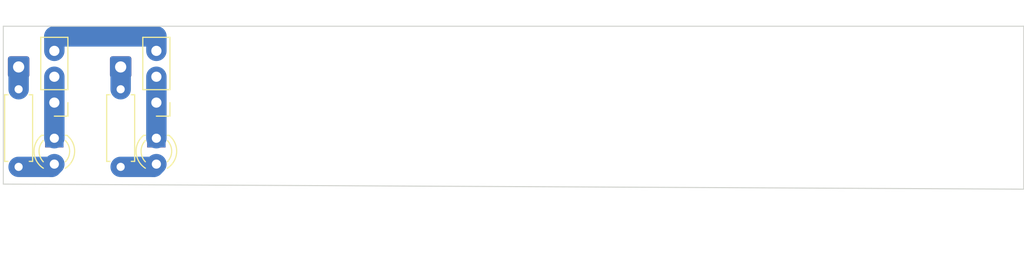
<source format=kicad_pcb>
(kicad_pcb (version 20211014) (generator pcbnew)
  (layers (0 "F.Cu" signal) (31 "B.Cu" signal) (34 "B.Paste" user) (35 "F.Paste" user) (36 "B.SilkS" user "B.Silkscreen") (37 "F.SilkS" user "F.Silkscreen") (38 "B.Mask" user) (39 "F.Mask" user) (44 "Edge.Cuts" user))
  (net 0 "")
  (net 1 "Net-(D1-Pad2)")
  (net 2 "Net-(D2-Pad1)")
  (net 3 "Net-(D2-Pad2)")
  (net 4 "Net-(SW1-Pad3)")
  (net 5 "Net-(D1-Pad1)")
  (net 6 "Net-(R1-Pad1)")
  (net 7 "Net-(R2-Pad1)")
  (footprint "Connector_PinHeader_2.54mm:PinHeader_1x03_P2.54mm_Vertical" (layer "F.Cu") (at 115 87.5 180)
    (fp_text reference "SW2" hide)
    (fp_text value "SW_SPDT" hide)
    (fp_line (start -1.33 1.27) (end 1.33 1.27) (layer "F.SilkS") (width 0.12))
    (fp_line (start 1.33 1.27) (end 1.33 6.41) (layer "F.SilkS") (width 0.12))
    (fp_line (start -1.33 -1.33) (end 0 -1.33) (layer "F.SilkS") (width 0.12))
    (fp_line (start -1.33 0) (end -1.33 -1.33) (layer "F.SilkS") (width 0.12))
    (fp_line (start -1.33 1.27) (end -1.33 6.41) (layer "F.SilkS") (width 0.12))
    (fp_line (start -1.33 6.41) (end 1.33 6.41) (layer "F.SilkS") (width 0.12))
    (pad "1" thru_hole rect (at 0 0 180) (size 1.7 1.7) (drill 1) (layers *.Cu *.Mask) (net 2 "Net-(D2-Pad1)"))
    (pad "2" thru_hole oval (at 0 2.54 180) (size 1.7 1.7) (drill 1) (layers *.Cu *.Mask) (net 2 "Net-(D2-Pad1)"))
    (pad "3" thru_hole oval (at 0 5.08 180) (size 1.7 1.7) (drill 1) (layers *.Cu *.Mask) (net 4 "Net-(SW1-Pad3)"))
  )
  (footprint "LED_THT:LED_D3.0mm" (layer "F.Cu") (at 105 91 -90)
    (fp_text reference "D1" hide)
    (fp_text value "LED" hide)
    (fp_line (start -0.29 -1.236) (end -0.29 -1.08) (layer "F.SilkS") (width 0.12))
    (fp_line (start -0.29 1.08) (end -0.29 1.236) (layer "F.SilkS") (width 0.12))
    (fp_arc (start 0.229039 -1.08) (mid 1.270117 -1.5) (end 2.31113 -1.079837) (layer "F.SilkS") (width 0.12))
    (fp_arc (start 2.31113 1.079837) (mid 1.270117 1.5) (end 0.229039 1.08) (layer "F.SilkS") (width 0.12))
    (fp_arc (start -0.29 -1.235516) (mid 1.366487 -1.987659) (end 2.942335 -1.078608) (layer "F.SilkS") (width 0.12))
    (fp_arc (start 2.942335 1.078608) (mid 1.366487 1.987659) (end -0.29 1.235516) (layer "F.SilkS") (width 0.12))
    (pad "1" thru_hole rect (at 0 0 270) (size 1.8 1.8) (drill 0.9) (layers *.Cu *.Mask) (net 5 "Net-(D1-Pad1)"))
    (pad "2" thru_hole circle (at 2.54 0 270) (size 1.8 1.8) (drill 0.9) (layers *.Cu *.Mask) (net 1 "Net-(D1-Pad2)"))
  )
  (footprint "Connector_Wire:SolderWire-0.5sqmm_1x01_D0.9mm_OD2.1mm" (layer "F.Cu") (at 101.5 84 180)
    (fp_text reference "J1" hide)
    (fp_text value "Conn_01x01_Female" hide)
    (pad "1" thru_hole roundrect (at 0 0 180) (size 2.1 2.1) (drill 1.1) (layers *.Cu *.Mask) (roundrect_rratio 0.119048) (net 6 "Net-(R1-Pad1)"))
  )
  (footprint "Resistor_THT:R_Axial_DIN0207_L6.3mm_D2.5mm_P7.62mm_Horizontal" (layer "F.Cu") (at 111.5 86.19 -90)
    (fp_text reference "R2" hide)
    (fp_text value "R" hide)
    (fp_line (start 0.54 -1.04) (end 0.54 -1.37) (layer "F.SilkS") (width 0.12))
    (fp_line (start 7.08 1.37) (end 7.08 1.04) (layer "F.SilkS") (width 0.12))
    (fp_line (start 0.54 1.37) (end 7.08 1.37) (layer "F.SilkS") (width 0.12))
    (fp_line (start 7.08 -1.37) (end 7.08 -1.04) (layer "F.SilkS") (width 0.12))
    (fp_line (start 0.54 1.04) (end 0.54 1.37) (layer "F.SilkS") (width 0.12))
    (fp_line (start 0.54 -1.37) (end 7.08 -1.37) (layer "F.SilkS") (width 0.12))
    (pad "1" thru_hole circle (at 0 0 270) (size 1.6 1.6) (drill 0.8) (layers *.Cu *.Mask) (net 7 "Net-(R2-Pad1)"))
    (pad "2" thru_hole oval (at 7.62 0 270) (size 1.6 1.6) (drill 0.8) (layers *.Cu *.Mask) (net 3 "Net-(D2-Pad2)"))
  )
  (footprint "Connector_PinHeader_2.54mm:PinHeader_1x03_P2.54mm_Vertical" (layer "F.Cu") (at 105 87.5 180)
    (fp_text reference "SW1" hide)
    (fp_text value "SW_SPDT" hide)
    (fp_line (start -1.33 1.27) (end -1.33 6.41) (layer "F.SilkS") (width 0.12))
    (fp_line (start -1.33 1.27) (end 1.33 1.27) (layer "F.SilkS") (width 0.12))
    (fp_line (start -1.33 6.41) (end 1.33 6.41) (layer "F.SilkS") (width 0.12))
    (fp_line (start 1.33 1.27) (end 1.33 6.41) (layer "F.SilkS") (width 0.12))
    (fp_line (start -1.33 -1.33) (end 0 -1.33) (layer "F.SilkS") (width 0.12))
    (fp_line (start -1.33 0) (end -1.33 -1.33) (layer "F.SilkS") (width 0.12))
    (pad "1" thru_hole rect (at 0 0 180) (size 1.7 1.7) (drill 1) (layers *.Cu *.Mask) (net 5 "Net-(D1-Pad1)"))
    (pad "2" thru_hole oval (at 0 2.54 180) (size 1.7 1.7) (drill 1) (layers *.Cu *.Mask) (net 5 "Net-(D1-Pad1)"))
    (pad "3" thru_hole oval (at 0 5.08 180) (size 1.7 1.7) (drill 1) (layers *.Cu *.Mask) (net 4 "Net-(SW1-Pad3)"))
  )
  (footprint "Resistor_THT:R_Axial_DIN0207_L6.3mm_D2.5mm_P7.62mm_Horizontal" (layer "F.Cu") (at 101.5 86.19 -90)
    (fp_text reference "R1" hide)
    (fp_text value "R" hide)
    (fp_line (start 0.54 -1.37) (end 7.08 -1.37) (layer "F.SilkS") (width 0.12))
    (fp_line (start 7.08 -1.37) (end 7.08 -1.04) (layer "F.SilkS") (width 0.12))
    (fp_line (start 7.08 1.37) (end 7.08 1.04) (layer "F.SilkS") (width 0.12))
    (fp_line (start 0.54 -1.04) (end 0.54 -1.37) (layer "F.SilkS") (width 0.12))
    (fp_line (start 0.54 1.04) (end 0.54 1.37) (layer "F.SilkS") (width 0.12))
    (fp_line (start 0.54 1.37) (end 7.08 1.37) (layer "F.SilkS") (width 0.12))
    (pad "1" thru_hole circle (at 0 0 270) (size 1.6 1.6) (drill 0.8) (layers *.Cu *.Mask) (net 6 "Net-(R1-Pad1)"))
    (pad "2" thru_hole oval (at 7.62 0 270) (size 1.6 1.6) (drill 0.8) (layers *.Cu *.Mask) (net 1 "Net-(D1-Pad2)"))
  )
  (footprint "LED_THT:LED_D3.0mm" (layer "F.Cu") (at 115 91 -90)
    (fp_text reference "D2" hide)
    (fp_text value "LED" hide)
    (fp_line (start -0.29 1.08) (end -0.29 1.236) (layer "F.SilkS") (width 0.12))
    (fp_line (start -0.29 -1.236) (end -0.29 -1.08) (layer "F.SilkS") (width 0.12))
    (fp_arc (start 0.229039 -1.08) (mid 1.270117 -1.5) (end 2.31113 -1.079837) (layer "F.SilkS") (width 0.12))
    (fp_arc (start 2.31113 1.079837) (mid 1.270117 1.5) (end 0.229039 1.08) (layer "F.SilkS") (width 0.12))
    (fp_arc (start -0.29 -1.235516) (mid 1.366487 -1.987659) (end 2.942335 -1.078608) (layer "F.SilkS") (width 0.12))
    (fp_arc (start 2.942335 1.078608) (mid 1.366487 1.987659) (end -0.29 1.235516) (layer "F.SilkS") (width 0.12))
    (pad "1" thru_hole rect (at 0 0 270) (size 1.8 1.8) (drill 0.9) (layers *.Cu *.Mask) (net 2 "Net-(D2-Pad1)"))
    (pad "2" thru_hole circle (at 2.54 0 270) (size 1.8 1.8) (drill 0.9) (layers *.Cu *.Mask) (net 3 "Net-(D2-Pad2)"))
  )
  (footprint "Connector_Wire:SolderWire-0.5sqmm_1x01_D0.9mm_OD2.1mm" (layer "F.Cu") (at 111.5 84)
    (fp_text reference "J2" hide)
    (fp_text value "Conn_01x01_Female" hide)
    (pad "1" thru_hole roundrect (at 0 0) (size 2.1 2.1) (drill 1.1) (layers *.Cu *.Mask) (roundrect_rratio 0.119048) (net 7 "Net-(R2-Pad1)"))
  )
  (gr_line (start 100 80) (end 100 95.5) (layer "Edge.Cuts") (width 0.1))
  (gr_line (start 200 96) (end 200 80) (layer "Edge.Cuts") (width 0.1))
  (gr_line (start 100 95.5) (end 200 96) (layer "Edge.Cuts") (width 0.1))
  (gr_line (start 200 80) (end 100 80) (layer "Edge.Cuts") (width 0.1))
  (segment (start 101.5 93.81) (end 104.73 93.81) (width 2) (layer "B.Cu") (net 1))
  (segment (start 104.73 93.81) (end 105 93.54) (width 2) (layer "B.Cu") (net 1))
  (segment (start 115 91) (end 115 84.96) (width 2) (layer "B.Cu") (net 2))
  (segment (start 114.73 93.81) (end 115 93.54) (width 2) (layer "B.Cu") (net 3))
  (segment (start 111.5 93.81) (end 114.73 93.81) (width 2) (layer "B.Cu") (net 3))
  (segment (start 105 82.42) (end 105 81) (width 2) (layer "B.Cu") (net 4))
  (segment (start 115 81) (end 115 82.42) (width 2) (layer "B.Cu") (net 4))
  (segment (start 105 81) (end 115 81) (width 2) (layer "B.Cu") (net 4))
  (segment (start 105 91) (end 105 84.96) (width 2) (layer "B.Cu") (net 5))
  (segment (start 101.5 84) (end 101.5 86.19) (width 2) (layer "B.Cu") (net 6))
  (segment (start 111.5 84) (end 111.5 86.19) (width 2) (layer "B.Cu") (net 7))
)
</source>
